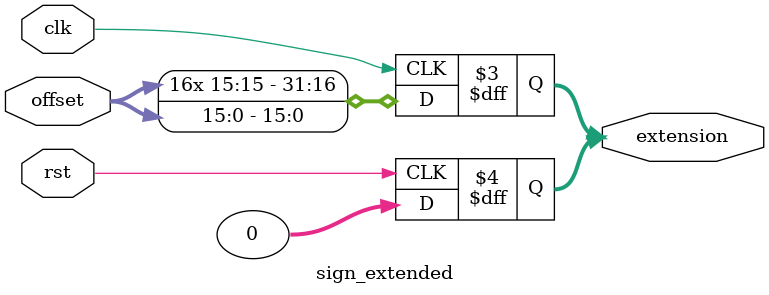
<source format=v>
`timescale 1ns / 1ps
module sign_extended(
	 input clk,
	 input rst,
    input [15:0] offset,
    output reg[31:0] extension
    );
	 
	 always @(posedge rst) begin
		extension <= 0;
	 end
	 
	 always @(posedge clk)
	 begin
		extension = {{16{offset[15]}},offset};
	 end
endmodule

</source>
